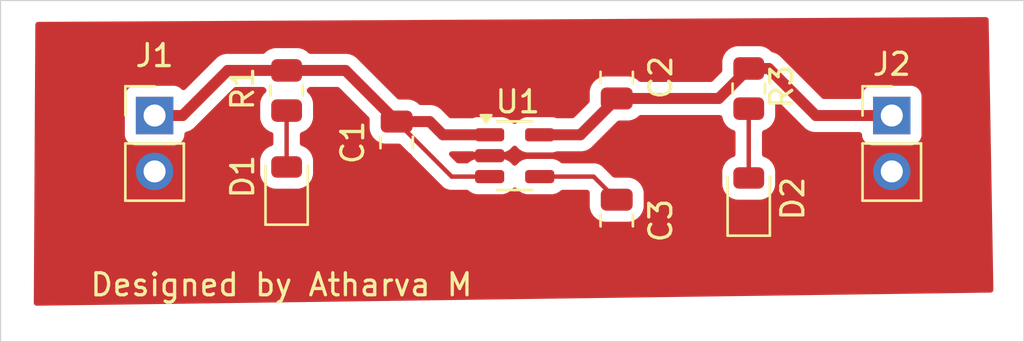
<source format=kicad_pcb>
(kicad_pcb (version 20240108) (generator "pcbnew") (generator_version "8.0")
  (layers (0 "F.Cu" signal) (31 "B.Cu" signal) (34 "B.Paste" user) (35 "F.Paste" user) (36 "B.SilkS" user "B.Silkscreen") (37 "F.SilkS" user "F.Silkscreen") (38 "B.Mask" user) (39 "F.Mask" user) (44 "Edge.Cuts" user))
  (net 0 "")
  (net 1 "Net-(J1-Pin_1)")
  (net 2 "GND")
  (net 3 "Net-(J2-Pin_1)")
  (net 4 "Net-(U1-BP)")
  (net 5 "Net-(D1-A)")
  (net 6 "Net-(D2-A)")
  (footprint "Connector_PinHeader_2.54mm:PinHeader_1x02_P2.54mm_Vertical" (layer "F.Cu") (at 164.5 104.725)
    (property "Reference" "J2" (at 0 -2.33 0) (layer "F.SilkS"))
    (property "Value" "Conn_01x02" (hide yes))
    (fp_line (start -1.33 -1.33) (end 0 -1.33) (stroke (width 0.12)) (layer "F.SilkS"))
    (fp_line (start -1.33 0) (end -1.33 -1.33) (stroke (width 0.12)) (layer "F.SilkS"))
    (fp_line (start -1.33 1.27) (end -1.33 3.87) (stroke (width 0.12)) (layer "F.SilkS"))
    (fp_line (start -1.33 1.27) (end 1.33 1.27) (stroke (width 0.12)) (layer "F.SilkS"))
    (fp_line (start -1.33 3.87) (end 1.33 3.87) (stroke (width 0.12)) (layer "F.SilkS"))
    (fp_line (start 1.33 1.27) (end 1.33 3.87) (stroke (width 0.12)) (layer "F.SilkS"))
    (pad "1" thru_hole rect (at 0 0) (size 1.7 1.7) (drill 1) (layers "*.Cu" "*.Mask") (net 3 "Net-(J2-Pin_1)"))
    (pad "2" thru_hole oval (at 0 2.54) (size 1.7 1.7) (drill 1) (layers "*.Cu" "*.Mask") (net 2 "GND"))
  )
  (footprint "Resistor_SMD:R_0805_2012Metric" (layer "F.Cu") (at 137 103.5875 -90)
    (property "Reference" "R1" (at -0.0875 2 90) (layer "F.SilkS"))
    (property "Value" "649" (hide yes))
    (fp_line (start -0.227064 0.735) (end 0.227064 0.735) (stroke (width 0.12)) (layer "F.SilkS"))
    (fp_line (start -0.227064 -0.735) (end 0.227064 -0.735) (stroke (width 0.12)) (layer "F.SilkS"))
    (pad "1" smd roundrect (at -0.9125 0 270) (size 1.025 1.4) (layers "F.Cu" "F.Paste" "F.Mask") (roundrect_rratio 0.243902) (net 1 "Net-(J1-Pin_1)"))
    (pad "2" smd roundrect (at 0.9125 0 270) (size 1.025 1.4) (layers "F.Cu" "F.Paste" "F.Mask") (roundrect_rratio 0.243902) (net 5 "Net-(D1-A)"))
  )
  (footprint "Connector_PinHeader_2.54mm:PinHeader_1x02_P2.54mm_Vertical" (layer "F.Cu") (at 131 104.725)
    (property "Reference" "J1" (at 0 -2.725 0) (layer "F.SilkS"))
    (property "Value" "Conn_01x02" (hide yes))
    (fp_line (start -1.33 -1.33) (end 0 -1.33) (stroke (width 0.12)) (layer "F.SilkS"))
    (fp_line (start -1.33 0) (end -1.33 -1.33) (stroke (width 0.12)) (layer "F.SilkS"))
    (fp_line (start -1.33 1.27) (end -1.33 3.87) (stroke (width 0.12)) (layer "F.SilkS"))
    (fp_line (start -1.33 1.27) (end 1.33 1.27) (stroke (width 0.12)) (layer "F.SilkS"))
    (fp_line (start -1.33 3.87) (end 1.33 3.87) (stroke (width 0.12)) (layer "F.SilkS"))
    (fp_line (start 1.33 1.27) (end 1.33 3.87) (stroke (width 0.12)) (layer "F.SilkS"))
    (pad "1" thru_hole rect (at 0 0) (size 1.7 1.7) (drill 1) (layers "*.Cu" "*.Mask") (net 1 "Net-(J1-Pin_1)"))
    (pad "2" thru_hole oval (at 0 2.54) (size 1.7 1.7) (drill 1) (layers "*.Cu" "*.Mask") (net 2 "GND"))
  )
  (footprint "LED_SMD:LED_0805_2012Metric" (layer "F.Cu") (at 137 108 90)
    (property "Reference" "D1" (at 0.5 -2 90) (layer "F.SilkS"))
    (property "Value" "LED-RED" (hide yes))
    (fp_line (start 1 -0.96) (end -1.685 -0.96) (stroke (width 0.12)) (layer "F.SilkS"))
    (fp_line (start -1.685 -0.96) (end -1.685 0.96) (stroke (width 0.12)) (layer "F.SilkS"))
    (fp_line (start -1.685 0.96) (end 1 0.96) (stroke (width 0.12)) (layer "F.SilkS"))
    (pad "1" smd roundrect (at -0.9375 0 90) (size 0.975 1.4) (layers "F.Cu" "F.Paste" "F.Mask") (net 2 "GND"))
    (pad "2" smd roundrect (at 0.9375 0 90) (size 0.975 1.4) (layers "F.Cu" "F.Paste" "F.Mask") (net 5 "Net-(D1-A)"))
  )
  (footprint "LED_SMD:LED_0805_2012Metric" (layer "F.Cu") (at 158 108.5 90)
    (property "Reference" "D2" (at 0 2 90) (layer "F.SilkS"))
    (property "Value" "LED-GREEN" (hide yes))
    (fp_line (start 1 -0.96) (end -1.685 -0.96) (stroke (width 0.12)) (layer "F.SilkS"))
    (fp_line (start -1.685 -0.96) (end -1.685 0.96) (stroke (width 0.12)) (layer "F.SilkS"))
    (fp_line (start -1.685 0.96) (end 1 0.96) (stroke (width 0.12)) (layer "F.SilkS"))
    (pad "1" smd roundrect (at -0.9375 0 90) (size 0.975 1.4) (layers "F.Cu" "F.Paste" "F.Mask") (net 2 "GND"))
    (pad "2" smd roundrect (at 0.9375 0 90) (size 0.975 1.4) (layers "F.Cu" "F.Paste" "F.Mask") (net 6 "Net-(D2-A)"))
  )
  (footprint "Capacitor_SMD:C_0805_2012Metric" (layer "F.Cu") (at 142 105.95 -90)
    (property "Reference" "C1" (at 0 2 90) (layer "F.SilkS"))
    (property "Value" "0.1uF" (hide yes))
    (fp_line (start -0.261252 0.735) (end 0.261252 0.735) (stroke (width 0.12)) (layer "F.SilkS"))
    (fp_line (start -0.261252 -0.735) (end 0.261252 -0.735) (stroke (width 0.12)) (layer "F.SilkS"))
    (pad "1" smd roundrect (at -0.95 0 270) (size 1 1.45) (layers "F.Cu" "F.Paste" "F.Mask") (net 1 "Net-(J1-Pin_1)"))
    (pad "2" smd roundrect (at 0.95 0 270) (size 1 1.45) (layers "F.Cu" "F.Paste" "F.Mask") (net 2 "GND"))
  )
  (footprint "Capacitor_SMD:C_0805_2012Metric" (layer "F.Cu") (at 152 103 90)
    (property "Reference" "C2" (at 0 2 90) (layer "F.SilkS"))
    (property "Value" "2.2uF" (hide yes))
    (fp_line (start -0.261252 -0.735) (end 0.261252 -0.735) (stroke (width 0.12)) (layer "F.SilkS"))
    (fp_line (start -0.261252 0.735) (end 0.261252 0.735) (stroke (width 0.12)) (layer "F.SilkS"))
    (pad "1" smd roundrect (at -0.95 0 90) (size 1 1.45) (layers "F.Cu" "F.Paste" "F.Mask") (net 3 "Net-(J2-Pin_1)"))
    (pad "2" smd roundrect (at 0.95 0 90) (size 1 1.45) (layers "F.Cu" "F.Paste" "F.Mask") (net 2 "GND"))
  )
  (footprint "Resistor_SMD:R_0805_2012Metric" (layer "F.Cu") (at 158 103.5 -90)
    (property "Reference" "R3" (at -0.0875 -1.5 90) (layer "F.SilkS"))
    (property "Value" "280" (hide yes))
    (fp_line (start -0.227064 0.735) (end 0.227064 0.735) (stroke (width 0.12)) (layer "F.SilkS"))
    (fp_line (start -0.227064 -0.735) (end 0.227064 -0.735) (stroke (width 0.12)) (layer "F.SilkS"))
    (pad "1" smd roundrect (at -0.9125 0 270) (size 1.025 1.4) (layers "F.Cu" "F.Paste" "F.Mask") (roundrect_rratio 0.243902) (net 3 "Net-(J2-Pin_1)"))
    (pad "2" smd roundrect (at 0.9125 0 270) (size 1.025 1.4) (layers "F.Cu" "F.Paste" "F.Mask") (roundrect_rratio 0.243902) (net 6 "Net-(D2-A)"))
  )
  (footprint "Package_TO_SOT_SMD:SOT-23-5" (layer "F.Cu") (at 147.3625 106.55)
    (property "Reference" "U1" (at 0.1375 -2.45 0) (layer "F.SilkS"))
    (property "Value" "TPS79333-EP" (hide yes))
    (fp_line (start 0 -1.56) (end -0.8 -1.56) (stroke (width 0.12)) (layer "F.SilkS"))
    (fp_line (start 0 -1.56) (end 0.8 -1.56) (stroke (width 0.12)) (layer "F.SilkS"))
    (fp_line (start 0 1.56) (end -0.8 1.56) (stroke (width 0.12)) (layer "F.SilkS"))
    (fp_line (start 0 1.56) (end 0.8 1.56) (stroke (width 0.12)) (layer "F.SilkS"))
    (fp_poly (pts (xy -1.3 -1.51) (xy -1.54 -1.84) (xy -1.06 -1.84) (xy -1.3 -1.51)) (stroke (width 0.12)) (fill solid) (layer "F.SilkS"))
    (pad "1" smd roundrect (at -1.1375 -0.95) (size 1.325 0.6) (layers "F.Cu" "F.Paste" "F.Mask") (net 1 "Net-(J1-Pin_1)"))
    (pad "2" smd roundrect (at -1.1375 0) (size 1.325 0.6) (layers "F.Cu" "F.Paste" "F.Mask") (net 2 "GND"))
    (pad "3" smd roundrect (at -1.1375 0.95) (size 1.325 0.6) (layers "F.Cu" "F.Paste" "F.Mask") (net 1 "Net-(J1-Pin_1)"))
    (pad "4" smd roundrect (at 1.1375 0.95) (size 1.325 0.6) (layers "F.Cu" "F.Paste" "F.Mask") (net 4 "Net-(U1-BP)"))
    (pad "5" smd roundrect (at 1.1375 -0.95) (size 1.325 0.6) (layers "F.Cu" "F.Paste" "F.Mask") (net 3 "Net-(J2-Pin_1)"))
  )
  (footprint "Capacitor_SMD:C_0805_2012Metric" (layer "F.Cu") (at 152 109.5 -90)
    (property "Reference" "C3" (at 0 -2 90) (layer "F.SilkS"))
    (property "Value" "0.01uF" (hide yes))
    (fp_line (start -0.261252 0.735) (end 0.261252 0.735) (stroke (width 0.12)) (layer "F.SilkS"))
    (fp_line (start -0.261252 -0.735) (end 0.261252 -0.735) (stroke (width 0.12)) (layer "F.SilkS"))
    (pad "1" smd roundrect (at -0.95 0 270) (size 1 1.45) (layers "F.Cu" "F.Paste" "F.Mask") (net 4 "Net-(U1-BP)"))
    (pad "2" smd roundrect (at 0.95 0 270) (size 1 1.45) (layers "F.Cu" "F.Paste" "F.Mask") (net 2 "GND"))
  )
  (gr_rect (start 124 99.5) (end 170.5 115) (stroke (width 0.05)) (fill none) (layer "Edge.Cuts"))
  (gr_text "Designed by Atharva M" (at 128 113 0) (layer "F.SilkS") (effects (font (size 1 1)) (justify left bottom)))
  (segment (start 134.325 102.675) (end 137 102.675) (width 0.5) (layer "F.Cu") (net 1))
  (segment (start 137 102.675) (end 137.175 102.5) (width 0.5) (layer "F.Cu") (net 1))
  (segment (start 144.1 105.6) (end 146.225 105.6) (width 0.5) (layer "F.Cu") (net 1))
  (segment (start 143.5 105) (end 144.1 105.6) (width 0.5) (layer "F.Cu") (net 1))
  (segment (start 132.275 104.725) (end 134.325 102.675) (width 0.5) (layer "F.Cu") (net 1))
  (segment (start 139.675 102.675) (end 142 105) (width 0.5) (layer "F.Cu") (net 1))
  (segment (start 137 102.675) (end 139.675 102.675) (width 0.5) (layer "F.Cu") (net 1))
  (segment (start 142 105) (end 143.5 105) (width 0.5) (layer "F.Cu") (net 1))
  (segment (start 131 104.725) (end 132.275 104.725) (width 0.5) (layer "F.Cu") (net 1))
  (segment (start 146.225 107.5) (end 144.5 107.5) (width 0.2) (layer "F.Cu") (net 1))
  (segment (start 144.5 107.5) (end 142 105) (width 0.2) (layer "F.Cu") (net 1))
  (segment (start 152 103.95) (end 156.6375 103.95) (width 0.5) (layer "F.Cu") (net 3))
  (segment (start 156.6375 103.95) (end 158 102.5875) (width 0.5) (layer "F.Cu") (net 3))
  (segment (start 148.5 105.6) (end 150.35 105.6) (width 0.5) (layer "F.Cu") (net 3))
  (segment (start 150.35 105.6) (end 152 103.95) (width 0.5) (layer "F.Cu") (net 3))
  (segment (start 158 102.5875) (end 158.9125 102.5875) (width 0.5) (layer "F.Cu") (net 3))
  (segment (start 158.9125 102.5875) (end 161.05 104.725) (width 0.5) (layer "F.Cu") (net 3))
  (segment (start 161.05 104.725) (end 164.5 104.725) (width 0.5) (layer "F.Cu") (net 3))
  (segment (start 150.95 107.5) (end 152 108.55) (width 0.2) (layer "F.Cu") (net 4))
  (segment (start 148.5 107.5) (end 150.95 107.5) (width 0.2) (layer "F.Cu") (net 4))
  (segment (start 137 104.5) (end 137 107.0625) (width 0.2) (layer "F.Cu") (net 5))
  (segment (start 158 104.4125) (end 158 107.5625) (width 0.2) (layer "F.Cu") (net 6))
  (zone (net 2) (net_name "GND") (layer "F.Cu") (name "GND") (connect_pads yes (clearance 0.5)) (min_thickness 0.25) (fill yes (thermal_gap 0.5) (thermal_bridge_width 0.5))
    (polygon (pts (xy 169.12 112.85) (xy 168.9 100.25) (xy 125.58 100.47) (xy 125.51 113.37) (xy 169.12 112.77) (xy 169.12 112.76)))
  )
)
</source>
